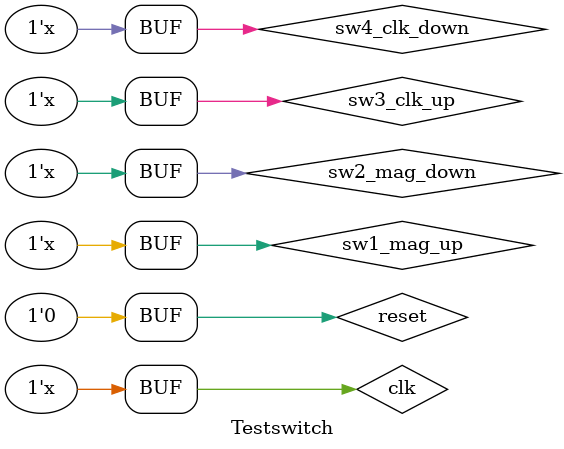
<source format=sv>
`timescale 1ns / 1ps


module Testswitch();

    logic clk;
    logic reset;
    
    logic sw1_mag_up;
    logic sw2_mag_down;
    logic sw3_clk_up;
    logic sw4_clk_down;
    
    logic [3:0] flag;
    
    SwitchInterface u_SwitchInterface(
        .clk(clk), 
        .reset(reset), 
        .sw1_mag_up(sw1_mag_up), 
        .sw2_mag_down(sw2_mag_down), 
        .sw3_clk_up(sw3_clk_up), 
        .sw4_clk_down(sw4_clk_down), 
        .flag_out(flag)
    );

    initial begin
        clk = 0;
        sw1_mag_up = 0;
        sw2_mag_down = 0;
        sw3_clk_up = 0;
        sw4_clk_down = 0;
        
        reset = 1;
        #10;
        reset = 0;
        #20000;
//        $finish;
    end

    always #5 clk = ~ clk ;
    
    always #50 sw1_mag_up = ~ sw1_mag_up ;
    always #100 sw2_mag_down = ~ sw2_mag_down ;
    always #150 sw3_clk_up = ~ sw3_clk_up ;
    always #200 sw4_clk_down = ~ sw4_clk_down ;

endmodule

</source>
